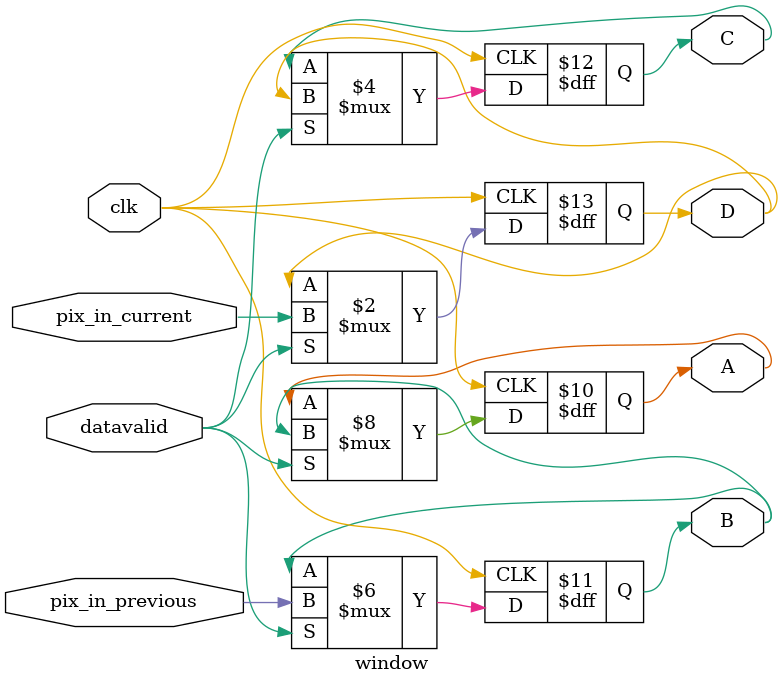
<source format=v>
/**************************************
Author: J.W Tang
Email: jaytang1987@hotmail.com
Module: window
Date: 2016-04-24

Copyright (C) 2016 J.W. Tang
----------------------------
This file is part of LinkRunCCA.

LinkRunCCA is free software: you can redistribute it and/or modify
it under the terms of the GNU Lesser General Public License as
published by the Free Software Foundation, either version 3 of
the License, or (at your option) any later version.

LinkRunCCA is distributed in the hope that it will be useful,
but WITHOUT ANY WARRANTY; without even the implied warranty of
MERCHANTABILITY or FITNESS FOR A PARTICULAR PURPOSE.  See the
GNU Lesser General Public License for more details.

You should have received a copy of the GNU Lesser General Public License
along with LinkRunCCA. If not, see <http://www.gnu.org/licenses/>.

By using this component in any associated publication,
you agree to cite it as: 
Tang, J. W., et al. "A linked list run-length-based single-pass
connected component analysis for real-time embedded hardware."
Journal of Real-Time Image Processing: 1-19. 2016.
doi:10.1007/s11554-016-0590-2. 

***************************************/

module window(clk,datavalid,pix_in_current,pix_in_previous,A,B,C,D);

input clk,datavalid,pix_in_current,pix_in_previous;
output reg A,B,C,D;

always@(posedge clk)
	if(datavalid)begin
		A<=B;B<=pix_in_previous;
		C<=D;D<=pix_in_current;
	end
	
endmodule

</source>
